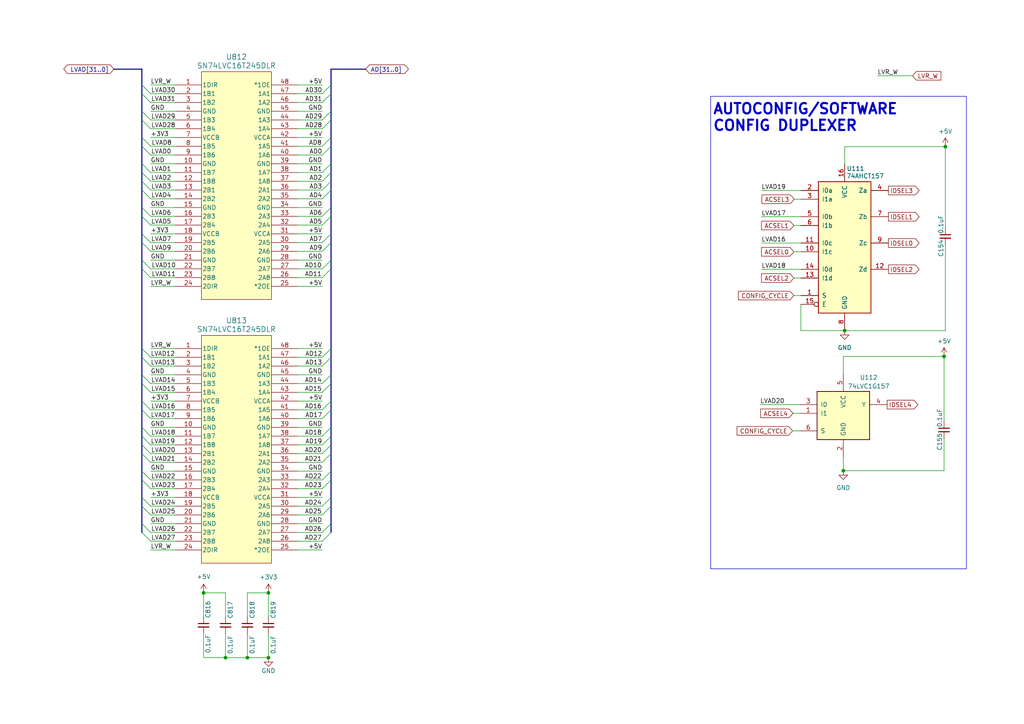
<source format=kicad_sch>
(kicad_sch (version 20230121) (generator eeschema)
  (paper "A4")
  (title_block (title "AMIGA PCI") (date "2024-02-03") (rev "2.0"))
  (lib_symbols
    (symbol "74xx:74LS157" (pin_names (offset 1.016))
      (property "Reference" "U" (at -7.62 19.05 0))
      (property "Value" "74LS157" (at -7.62 -21.59 0))
      (symbol "74LS157_1_0"
        (pin input line (at -12.7 -15.24 0) (length 5.08) (name "S") (number "1"))
        (pin input line (at -12.7 -2.54 0) (length 5.08) (name "I1c") (number "10"))
        (pin input line (at -12.7 0 0) (length 5.08) (name "I0c") (number "11"))
        (pin output line (at 12.7 -7.62 180) (length 5.08) (name "Zd") (number "12"))
        (pin input line (at -12.7 -10.16 0) (length 5.08) (name "I1d") (number "13"))
        (pin input line (at -12.7 -7.62 0) (length 5.08) (name "I0d") (number "14"))
        (pin input inverted (at -12.7 -17.78 0) (length 5.08) (name "E") (number "15"))
        (pin power_in line (at 0 22.86 270) (length 5.08) (name "VCC") (number "16"))
        (pin input line (at -12.7 15.24 0) (length 5.08) (name "I0a") (number "2"))
        (pin input line (at -12.7 12.7 0) (length 5.08) (name "I1a") (number "3"))
        (pin output line (at 12.7 15.24 180) (length 5.08) (name "Za") (number "4"))
        (pin input line (at -12.7 7.62 0) (length 5.08) (name "I0b") (number "5"))
        (pin input line (at -12.7 5.08 0) (length 5.08) (name "I1b") (number "6"))
        (pin output line (at 12.7 7.62 180) (length 5.08) (name "Zb") (number "7"))
        (pin power_in line (at 0 -25.4 90) (length 5.08) (name "GND") (number "8"))
        (pin output line (at 12.7 0 180) (length 5.08) (name "Zc") (number "9"))
      )
      (symbol "74LS157_1_1"
        (rectangle (start -7.62 17.78) (end 7.62 -20.32) (stroke (width 0.254)) (fill (type background)))
      )
    )
    (symbol "AmigaPCI-Symbols:74LVC1G157" (pin_names (offset 1.016))
      (property "Reference" "U" (at -7.62 8.89 0))
      (property "Value" "74LVC1G157" (at 7.62 8.89 0))
      (symbol "74LVC1G157_1_0"
        (pin input line (at -12.7 1.27 0) (length 5.08) (name "I1") (number "1"))
        (pin power_in line (at 0 -11.43 90) (length 5.08) (name "GND") (number "2"))
        (pin input line (at -12.7 3.81 0) (length 5.08) (name "I0") (number "3"))
        (pin output line (at 12.7 3.81 180) (length 5.08) (name "Y") (number "4"))
        (pin power_in line (at 0 12.7 270) (length 5.08) (name "VCC") (number "5"))
        (pin input line (at -12.7 -3.81 0) (length 5.08) (name "S") (number "6"))
      )
      (symbol "74LVC1G157_1_1"
        (rectangle (start -7.62 7.62) (end 7.62 -6.35) (stroke (width 0.254)) (fill (type background)))
      )
    )
    (symbol "AmigaPCI-Symbols:SN74LVC16T245DLR" (pin_names (offset 0.254))
      (property "Reference" "U" (at 30.48 10.16 0))
      (property "Value" "SN74LVC16T245DLR" (at 30.48 7.62 0))
      (symbol "SN74LVC16T245DLR_0_1"
        (pin input line (at 12.7 0 0) (length 7.62) (name "1DIR") (number "1"))
        (pin power_in line (at 12.7 -22.86 0) (length 7.62) (name "GND") (number "10"))
        (pin bidirectional line (at 12.7 -25.4 0) (length 7.62) (name "1B7") (number "11"))
        (pin bidirectional line (at 12.7 -27.94 0) (length 7.62) (name "1B8") (number "12"))
        (pin bidirectional line (at 12.7 -30.48 0) (length 7.62) (name "2B1") (number "13"))
        (pin bidirectional line (at 12.7 -33.02 0) (length 7.62) (name "2B2") (number "14"))
        (pin power_in line (at 12.7 -35.56 0) (length 7.62) (name "GND") (number "15"))
        (pin bidirectional line (at 12.7 -38.1 0) (length 7.62) (name "2B3") (number "16"))
        (pin bidirectional line (at 12.7 -40.64 0) (length 7.62) (name "2B4") (number "17"))
        (pin power_in line (at 12.7 -43.18 0) (length 7.62) (name "VCCB") (number "18"))
        (pin bidirectional line (at 12.7 -45.72 0) (length 7.62) (name "2B5") (number "19"))
        (pin bidirectional line (at 12.7 -2.54 0) (length 7.62) (name "1B1") (number "2"))
        (pin bidirectional line (at 12.7 -48.26 0) (length 7.62) (name "2B6") (number "20"))
        (pin power_in line (at 12.7 -50.8 0) (length 7.62) (name "GND") (number "21"))
        (pin bidirectional line (at 12.7 -53.34 0) (length 7.62) (name "2B7") (number "22"))
        (pin bidirectional line (at 12.7 -55.88 0) (length 7.62) (name "2B8") (number "23"))
        (pin input line (at 12.7 -58.42 0) (length 7.62) (name "2DIR") (number "24"))
        (pin input line (at 48.26 -58.42 180) (length 7.62) (name "*2OE") (number "25"))
        (pin bidirectional line (at 48.26 -55.88 180) (length 7.62) (name "2A8") (number "26"))
        (pin bidirectional line (at 48.26 -53.34 180) (length 7.62) (name "2A7") (number "27"))
        (pin power_in line (at 48.26 -50.8 180) (length 7.62) (name "GND") (number "28"))
        (pin bidirectional line (at 48.26 -48.26 180) (length 7.62) (name "2A6") (number "29"))
        (pin bidirectional line (at 12.7 -5.08 0) (length 7.62) (name "1B2") (number "3"))
        (pin bidirectional line (at 48.26 -45.72 180) (length 7.62) (name "2A5") (number "30"))
        (pin power_in line (at 48.26 -43.18 180) (length 7.62) (name "VCCA") (number "31"))
        (pin bidirectional line (at 48.26 -40.64 180) (length 7.62) (name "2A4") (number "32"))
        (pin bidirectional line (at 48.26 -38.1 180) (length 7.62) (name "2A3") (number "33"))
        (pin power_in line (at 48.26 -35.56 180) (length 7.62) (name "GND") (number "34"))
        (pin bidirectional line (at 48.26 -33.02 180) (length 7.62) (name "2A2") (number "35"))
        (pin bidirectional line (at 48.26 -30.48 180) (length 7.62) (name "2A1") (number "36"))
        (pin bidirectional line (at 48.26 -27.94 180) (length 7.62) (name "1A8") (number "37"))
        (pin bidirectional line (at 48.26 -25.4 180) (length 7.62) (name "1A7") (number "38"))
        (pin power_in line (at 48.26 -22.86 180) (length 7.62) (name "GND") (number "39"))
        (pin power_in line (at 12.7 -7.62 0) (length 7.62) (name "GND") (number "4"))
        (pin bidirectional line (at 48.26 -20.32 180) (length 7.62) (name "1A6") (number "40"))
        (pin bidirectional line (at 48.26 -17.78 180) (length 7.62) (name "1A5") (number "41"))
        (pin power_in line (at 48.26 -15.24 180) (length 7.62) (name "VCCA") (number "42"))
        (pin bidirectional line (at 48.26 -12.7 180) (length 7.62) (name "1A4") (number "43"))
        (pin bidirectional line (at 48.26 -10.16 180) (length 7.62) (name "1A3") (number "44"))
        (pin power_in line (at 48.26 -7.62 180) (length 7.62) (name "GND") (number "45"))
        (pin bidirectional line (at 48.26 -5.08 180) (length 7.62) (name "1A2") (number "46"))
        (pin bidirectional line (at 48.26 -2.54 180) (length 7.62) (name "1A1") (number "47"))
        (pin input line (at 48.26 0 180) (length 7.62) (name "*1OE") (number "48"))
        (pin bidirectional line (at 12.7 -10.16 0) (length 7.62) (name "1B3") (number "5"))
        (pin bidirectional line (at 12.7 -12.7 0) (length 7.62) (name "1B4") (number "6"))
        (pin power_in line (at 12.7 -15.24 0) (length 7.62) (name "VCCB") (number "7"))
        (pin bidirectional line (at 12.7 -17.78 0) (length 7.62) (name "1B5") (number "8"))
        (pin bidirectional line (at 12.7 -20.32 0) (length 7.62) (name "1B6") (number "9"))
      )
      (symbol "SN74LVC16T245DLR_1_1"
        (rectangle (start 20.32 3.81) (end 40.64 -62.23) (fill (type background)))
      )
    )
    (symbol "Device:C_Small" (pin_numbers hide) (pin_names (offset 0.254) hide)
      (property "Reference" "C" (at 0.254 1.778 0))
      (property "Value" "C_Small" (at 0.254 -2.032 0))
      (symbol "C_Small_0_1"
        (polyline (pts (xy -1.524 -0.508) (xy 1.524 -0.508)) (stroke (width 0.3302)))
        (polyline (pts (xy -1.524 0.508) (xy 1.524 0.508)) (stroke (width 0.3048)))
      )
      (symbol "C_Small_1_1"
        (pin passive line (at 0 2.54 270) (length 2.032) (name "~") (number "1"))
        (pin passive line (at 0 -2.54 90) (length 2.032) (name "~") (number "2"))
      )
    )
    (symbol "power:+3V3" (power) (pin_names (offset 0))
      (property "Value" "+3V3" (at 0 3.556 0))
      (symbol "+3V3_0_1"
        (polyline (pts (xy -0.762 1.27) (xy 0 2.54)))
        (polyline (pts (xy 0 0) (xy 0 2.54)))
        (polyline (pts (xy 0 2.54) (xy 0.762 1.27)))
      )
      (symbol "+3V3_1_1"
        (pin power_in line (at 0 0 90) (length 0) hide (name "+3V3") (number "1"))
      )
    )
    (symbol "power:+5V" (power) (pin_names (offset 0))
      (property "Value" "+5V" (at 0 3.556 0))
      (symbol "+5V_0_1"
        (polyline (pts (xy -0.762 1.27) (xy 0 2.54)))
        (polyline (pts (xy 0 0) (xy 0 2.54)))
        (polyline (pts (xy 0 2.54) (xy 0.762 1.27)))
      )
      (symbol "+5V_1_1"
        (pin power_in line (at 0 0 90) (length 0) hide (name "+5V") (number "1"))
      )
    )
    (symbol "power:GND" (power) (pin_names (offset 0))
      (property "Value" "GND" (at 0 -3.81 0))
      (symbol "GND_0_1"
        (polyline (pts (xy 0 0) (xy 0 -1.27) (xy 1.27 -1.27) (xy 0 -2.54) (xy -1.27 -1.27) (xy 0 -1.27)))
      )
      (symbol "GND_1_1"
        (pin power_in line (at 0 0 270) (length 0) hide (name "GND") (number "1"))
      )
    )
  )
  (junction (at 77.851 171.958))
  (junction (at 244.602 136.525))
  (junction (at 274.193 42.545))
  (junction (at 65.405 190.754))
  (junction (at 71.755 190.754))
  (junction (at 273.812 103.378))
  (junction (at 77.851 190.754))
  (junction (at 244.983 95.885))
  (junction (at 59.055 171.958))
  (bus_entry (at 43.688 42.418) (size -2.54 -2.54))
  (bus_entry (at 93.472 72.898) (size 2.54 -2.54))
  (bus_entry (at 93.472 146.812) (size 2.54 -2.54))
  (bus_entry (at 43.688 62.738) (size -2.54 -2.54))
  (bus_entry (at 43.688 118.872) (size -2.54 -2.54))
  (bus_entry (at 93.472 70.358) (size 2.54 -2.54))
  (bus_entry (at 93.472 129.032) (size 2.54 -2.54))
  (bus_entry (at 43.688 149.352) (size -2.54 -2.54))
  (bus_entry (at 93.472 55.118) (size 2.54 -2.54))
  (bus_entry (at 43.688 44.958) (size -2.54 -2.54))
  (bus_entry (at 93.472 118.872) (size 2.54 -2.54))
  (bus_entry (at 43.688 55.118) (size -2.54 -2.54))
  (bus_entry (at 93.472 27.178) (size 2.54 -2.54))
  (bus_entry (at 93.472 29.718) (size 2.54 -2.54))
  (bus_entry (at 43.688 52.578) (size -2.54 -2.54))
  (bus_entry (at 93.472 111.252) (size 2.54 -2.54))
  (bus_entry (at 93.472 80.518) (size 2.54 -2.54))
  (bus_entry (at 43.688 121.412) (size -2.54 -2.54))
  (bus_entry (at 43.688 113.792) (size -2.54 -2.54))
  (bus_entry (at 93.472 126.492) (size 2.54 -2.54))
  (bus_entry (at 43.688 126.492) (size -2.54 -2.54))
  (bus_entry (at 43.688 141.732) (size -2.54 -2.54))
  (bus_entry (at 43.688 50.038) (size -2.54 -2.54))
  (bus_entry (at 93.472 65.278) (size 2.54 -2.54))
  (bus_entry (at 93.472 131.572) (size 2.54 -2.54))
  (bus_entry (at 93.472 62.738) (size 2.54 -2.54))
  (bus_entry (at 43.688 111.252) (size -2.54 -2.54))
  (bus_entry (at 43.688 156.972) (size -2.54 -2.54))
  (bus_entry (at 93.472 154.432) (size 2.54 -2.54))
  (bus_entry (at 43.688 77.978) (size -2.54 -2.54))
  (bus_entry (at 43.688 65.278) (size -2.54 -2.54))
  (bus_entry (at 93.472 106.172) (size 2.54 -2.54))
  (bus_entry (at 43.688 29.718) (size -2.54 -2.54))
  (bus_entry (at 93.472 50.038) (size 2.54 -2.54))
  (bus_entry (at 43.688 103.632) (size -2.54 -2.54))
  (bus_entry (at 93.472 52.578) (size 2.54 -2.54))
  (bus_entry (at 93.472 44.958) (size 2.54 -2.54))
  (bus_entry (at 43.688 37.338) (size -2.54 -2.54))
  (bus_entry (at 93.472 134.112) (size 2.54 -2.54))
  (bus_entry (at 93.472 149.352) (size 2.54 -2.54))
  (bus_entry (at 43.688 134.112) (size -2.54 -2.54))
  (bus_entry (at 43.688 154.432) (size -2.54 -2.54))
  (bus_entry (at 93.472 57.658) (size 2.54 -2.54))
  (bus_entry (at 43.688 80.518) (size -2.54 -2.54))
  (bus_entry (at 93.472 121.412) (size 2.54 -2.54))
  (bus_entry (at 93.472 77.978) (size 2.54 -2.54))
  (bus_entry (at 43.688 27.178) (size -2.54 -2.54))
  (bus_entry (at 93.472 141.732) (size 2.54 -2.54))
  (bus_entry (at 93.472 113.792) (size 2.54 -2.54))
  (bus_entry (at 43.688 106.172) (size -2.54 -2.54))
  (bus_entry (at 93.472 34.798) (size 2.54 -2.54))
  (bus_entry (at 43.688 34.798) (size -2.54 -2.54))
  (bus_entry (at 43.688 129.032) (size -2.54 -2.54))
  (bus_entry (at 43.688 70.358) (size -2.54 -2.54))
  (bus_entry (at 43.688 131.572) (size -2.54 -2.54))
  (bus_entry (at 43.688 57.658) (size -2.54 -2.54))
  (bus_entry (at 93.472 37.338) (size 2.54 -2.54))
  (bus_entry (at 43.688 146.812) (size -2.54 -2.54))
  (bus_entry (at 43.688 72.898) (size -2.54 -2.54))
  (bus_entry (at 93.472 42.418) (size 2.54 -2.54))
  (bus_entry (at 93.472 103.632) (size 2.54 -2.54))
  (bus_entry (at 93.472 156.972) (size 2.54 -2.54))
  (bus_entry (at 43.688 139.192) (size -2.54 -2.54))
  (bus_entry (at 93.472 139.192) (size 2.54 -2.54))
  (bus (pts (xy 96.012 27.178) (xy 96.012 24.638)))
  (bus (pts (xy 41.148 62.738) (xy 41.148 60.198)))
  (wire (pts (xy 50.8 111.252) (xy 43.688 111.252)))
  (wire (pts (xy 86.36 24.638) (xy 93.472 24.638)))
  (bus (pts (xy 41.148 67.818) (xy 41.148 62.738)))
  (bus (pts (xy 41.148 116.332) (xy 41.148 111.252)))
  (wire (pts (xy 50.8 101.092) (xy 43.688 101.092)))
  (wire (pts (xy 230.251 80.645) (xy 232.283 80.645)))
  (wire (pts (xy 93.472 52.578) (xy 86.36 52.578)))
  (wire (pts (xy 232.283 95.885) (xy 244.983 95.885)))
  (bus (pts (xy 41.148 118.872) (xy 41.148 116.332)))
  (wire (pts (xy 50.8 108.712) (xy 43.688 108.712)))
  (bus (pts (xy 41.148 146.812) (xy 41.148 144.272)))
  (bus (pts (xy 41.148 144.272) (xy 41.148 139.192)))
  (wire (pts (xy 93.472 77.978) (xy 86.36 77.978)))
  (bus (pts (xy 41.148 34.798) (xy 41.148 32.258)))
  (bus (pts (xy 41.148 27.178) (xy 41.148 24.638)))
  (wire (pts (xy 50.8 149.352) (xy 43.688 149.352)))
  (wire (pts (xy 232.283 88.265) (xy 232.283 95.885)))
  (bus (pts (xy 96.012 32.258) (xy 96.012 27.178)))
  (wire (pts (xy 65.405 171.958) (xy 65.405 178.816)))
  (wire (pts (xy 86.36 123.952) (xy 93.472 123.952)))
  (wire (pts (xy 77.851 178.816) (xy 77.851 171.958)))
  (wire (pts (xy 93.472 126.492) (xy 86.36 126.492)))
  (bus (pts (xy 41.148 108.712) (xy 41.148 103.632)))
  (wire (pts (xy 50.8 139.192) (xy 43.688 139.192)))
  (wire (pts (xy 50.8 55.118) (xy 43.688 55.118)))
  (wire (pts (xy 86.36 144.272) (xy 93.472 144.272)))
  (wire (pts (xy 220.853 62.865) (xy 232.283 62.865)))
  (wire (pts (xy 50.8 83.058) (xy 43.688 83.058)))
  (wire (pts (xy 93.472 70.358) (xy 86.36 70.358)))
  (wire (pts (xy 86.36 67.818) (xy 93.472 67.818)))
  (bus (pts (xy 41.148 131.572) (xy 41.148 129.032)))
  (wire (pts (xy 93.472 50.038) (xy 86.36 50.038)))
  (wire (pts (xy 50.8 24.638) (xy 43.688 24.638)))
  (bus (pts (xy 41.148 139.192) (xy 41.148 136.652)))
  (bus (pts (xy 96.012 75.438) (xy 96.012 70.358)))
  (bus (pts (xy 96.012 126.492) (xy 96.012 123.952)))
  (bus (pts (xy 96.012 144.272) (xy 96.012 139.192)))
  (wire (pts (xy 50.8 39.878) (xy 43.688 39.878)))
  (wire (pts (xy 93.472 27.178) (xy 86.36 27.178)))
  (wire (pts (xy 230.251 85.725) (xy 232.283 85.725)))
  (bus (pts (xy 96.012 50.038) (xy 96.012 47.498)))
  (wire (pts (xy 220.853 55.245) (xy 232.283 55.245)))
  (wire (pts (xy 50.8 126.492) (xy 43.688 126.492)))
  (wire (pts (xy 50.8 75.438) (xy 43.688 75.438)))
  (bus (pts (xy 41.148 42.418) (xy 41.148 39.878)))
  (bus (pts (xy 96.012 47.498) (xy 96.012 42.418)))
  (bus (pts (xy 96.012 101.092) (xy 96.012 77.978)))
  (bus (pts (xy 41.148 52.578) (xy 41.148 50.038)))
  (wire (pts (xy 50.8 156.972) (xy 43.688 156.972)))
  (bus (pts (xy 96.012 24.638) (xy 96.012 20.066)))
  (wire (pts (xy 50.8 151.892) (xy 43.688 151.892)))
  (bus (pts (xy 96.012 123.952) (xy 96.012 118.872)))
  (bus (pts (xy 41.148 77.978) (xy 41.148 75.438)))
  (wire (pts (xy 86.36 47.498) (xy 93.472 47.498)))
  (wire (pts (xy 50.8 37.338) (xy 43.688 37.338)))
  (wire (pts (xy 50.8 106.172) (xy 43.688 106.172)))
  (bus (pts (xy 41.148 103.632) (xy 41.148 101.092)))
  (wire (pts (xy 93.472 141.732) (xy 86.36 141.732)))
  (wire (pts (xy 93.472 65.278) (xy 86.36 65.278)))
  (wire (pts (xy 93.472 29.718) (xy 86.36 29.718)))
  (wire (pts (xy 230.251 65.405) (xy 232.283 65.405)))
  (wire (pts (xy 50.8 44.958) (xy 43.688 44.958)))
  (wire (pts (xy 244.602 108.458) (xy 244.602 103.378)))
  (wire (pts (xy 86.36 136.652) (xy 93.472 136.652)))
  (wire (pts (xy 50.8 60.198) (xy 43.688 60.198)))
  (wire (pts (xy 86.36 83.058) (xy 93.472 83.058)))
  (wire (pts (xy 274.193 42.545) (xy 274.193 66.04)))
  (wire (pts (xy 65.405 190.754) (xy 71.755 190.754)))
  (wire (pts (xy 220.472 117.348) (xy 231.902 117.348)))
  (wire (pts (xy 50.8 103.632) (xy 43.688 103.632)))
  (bus (pts (xy 41.148 123.952) (xy 41.148 118.872)))
  (wire (pts (xy 273.812 103.378) (xy 273.812 122.174)))
  (wire (pts (xy 93.472 62.738) (xy 86.36 62.738)))
  (wire (pts (xy 93.472 34.798) (xy 86.36 34.798)))
  (bus (pts (xy 96.012 70.358) (xy 96.012 67.818)))
  (wire (pts (xy 93.472 139.192) (xy 86.36 139.192)))
  (bus (pts (xy 41.148 70.358) (xy 41.148 67.818)))
  (wire (pts (xy 93.472 134.112) (xy 86.36 134.112)))
  (wire (pts (xy 264.668 21.971) (xy 254.508 21.971)))
  (wire (pts (xy 50.8 27.178) (xy 43.688 27.178)))
  (bus (pts (xy 96.012 131.572) (xy 96.012 129.032)))
  (wire (pts (xy 50.8 123.952) (xy 43.688 123.952)))
  (bus (pts (xy 41.148 39.878) (xy 41.148 34.798)))
  (wire (pts (xy 93.472 103.632) (xy 86.36 103.632)))
  (bus (pts (xy 96.012 116.332) (xy 96.012 111.252)))
  (bus (pts (xy 41.148 154.432) (xy 41.148 151.892)))
  (bus (pts (xy 96.012 39.878) (xy 96.012 34.798)))
  (wire (pts (xy 50.8 141.732) (xy 43.688 141.732)))
  (wire (pts (xy 50.8 65.278) (xy 43.688 65.278)))
  (bus (pts (xy 96.012 34.798) (xy 96.012 32.258)))
  (wire (pts (xy 244.602 103.378) (xy 273.812 103.378)))
  (bus (pts (xy 96.012 154.432) (xy 96.012 151.892)))
  (wire (pts (xy 71.755 171.958) (xy 77.851 171.958)))
  (wire (pts (xy 93.472 121.412) (xy 86.36 121.412)))
  (bus (pts (xy 41.148 47.498) (xy 41.148 42.418)))
  (wire (pts (xy 50.8 32.258) (xy 43.688 32.258)))
  (wire (pts (xy 59.055 171.958) (xy 65.405 171.958)))
  (wire (pts (xy 50.8 134.112) (xy 43.688 134.112)))
  (bus (pts (xy 96.012 151.892) (xy 96.012 146.812)))
  (bus (pts (xy 41.148 129.032) (xy 41.148 126.492)))
  (wire (pts (xy 71.755 171.958) (xy 71.755 178.816)))
  (wire (pts (xy 274.193 71.12) (xy 274.193 95.885)))
  (wire (pts (xy 71.755 183.896) (xy 71.755 190.754)))
  (bus (pts (xy 96.012 20.066) (xy 106.045 20.066)))
  (wire (pts (xy 50.8 129.032) (xy 43.688 129.032)))
  (wire (pts (xy 93.472 149.352) (xy 86.36 149.352)))
  (wire (pts (xy 50.8 136.652) (xy 43.688 136.652)))
  (bus (pts (xy 96.012 67.818) (xy 96.012 62.738)))
  (wire (pts (xy 77.851 190.754) (xy 77.851 183.896)))
  (wire (pts (xy 244.602 132.588) (xy 244.602 136.525)))
  (wire (pts (xy 50.8 42.418) (xy 43.688 42.418)))
  (bus (pts (xy 96.012 118.872) (xy 96.012 116.332)))
  (bus (pts (xy 41.148 101.092) (xy 41.148 77.978)))
  (wire (pts (xy 93.472 72.898) (xy 86.36 72.898)))
  (wire (pts (xy 93.472 42.418) (xy 86.36 42.418)))
  (wire (pts (xy 229.997 119.888) (xy 231.902 119.888)))
  (bus (pts (xy 96.012 146.812) (xy 96.012 144.272)))
  (wire (pts (xy 50.8 57.658) (xy 43.688 57.658)))
  (wire (pts (xy 65.405 183.896) (xy 65.405 190.754)))
  (wire (pts (xy 93.472 44.958) (xy 86.36 44.958)))
  (wire (pts (xy 86.36 101.092) (xy 93.472 101.092)))
  (bus (pts (xy 96.012 62.738) (xy 96.012 60.198)))
  (wire (pts (xy 86.36 75.438) (xy 93.472 75.438)))
  (wire (pts (xy 93.472 156.972) (xy 86.36 156.972)))
  (wire (pts (xy 50.8 77.978) (xy 43.688 77.978)))
  (bus (pts (xy 41.148 32.258) (xy 41.148 27.178)))
  (wire (pts (xy 50.8 159.512) (xy 43.688 159.512)))
  (wire (pts (xy 93.472 146.812) (xy 86.36 146.812)))
  (bus (pts (xy 41.148 50.038) (xy 41.148 47.498)))
  (wire (pts (xy 93.472 111.252) (xy 86.36 111.252)))
  (wire (pts (xy 86.36 32.258) (xy 93.472 32.258)))
  (bus (pts (xy 41.148 24.638) (xy 41.148 20.066)))
  (wire (pts (xy 86.36 116.332) (xy 93.472 116.332)))
  (bus (pts (xy 41.148 60.198) (xy 41.148 55.118)))
  (wire (pts (xy 50.8 29.718) (xy 43.688 29.718)))
  (bus (pts (xy 96.012 129.032) (xy 96.012 126.492)))
  (wire (pts (xy 230.378 57.785) (xy 232.283 57.785)))
  (wire (pts (xy 50.8 131.572) (xy 43.688 131.572)))
  (wire (pts (xy 86.36 151.892) (xy 93.472 151.892)))
  (wire (pts (xy 86.36 39.878) (xy 93.472 39.878)))
  (bus (pts (xy 41.148 75.438) (xy 41.148 70.358)))
  (wire (pts (xy 93.472 57.658) (xy 86.36 57.658)))
  (wire (pts (xy 50.8 67.818) (xy 43.688 67.818)))
  (wire (pts (xy 230.251 73.025) (xy 232.283 73.025)))
  (wire (pts (xy 50.8 154.432) (xy 43.688 154.432)))
  (bus (pts (xy 96.012 103.632) (xy 96.012 101.092)))
  (bus (pts (xy 96.012 42.418) (xy 96.012 39.878)))
  (bus (pts (xy 96.012 139.192) (xy 96.012 136.652)))
  (wire (pts (xy 50.8 116.332) (xy 43.688 116.332)))
  (wire (pts (xy 273.812 127.254) (xy 273.812 136.525)))
  (bus (pts (xy 41.148 136.652) (xy 41.148 131.572)))
  (wire (pts (xy 50.8 121.412) (xy 43.688 121.412)))
  (bus (pts (xy 96.012 55.118) (xy 96.012 52.578)))
  (bus (pts (xy 96.012 136.652) (xy 96.012 131.572)))
  (bus (pts (xy 96.012 108.712) (xy 96.012 103.632)))
  (bus (pts (xy 96.012 52.578) (xy 96.012 50.038)))
  (wire (pts (xy 71.755 190.754) (xy 77.851 190.754)))
  (wire (pts (xy 50.8 144.272) (xy 43.688 144.272)))
  (wire (pts (xy 50.8 34.798) (xy 43.688 34.798)))
  (bus (pts (xy 96.012 77.978) (xy 96.012 75.438)))
  (wire (pts (xy 59.055 190.754) (xy 65.405 190.754)))
  (wire (pts (xy 274.193 95.885) (xy 244.983 95.885)))
  (wire (pts (xy 93.472 37.338) (xy 86.36 37.338)))
  (wire (pts (xy 86.36 60.198) (xy 93.472 60.198)))
  (bus (pts (xy 96.012 60.198) (xy 96.012 55.118)))
  (wire (pts (xy 93.472 55.118) (xy 86.36 55.118)))
  (bus (pts (xy 41.148 111.252) (xy 41.148 108.712)))
  (wire (pts (xy 93.472 129.032) (xy 86.36 129.032)))
  (wire (pts (xy 93.472 154.432) (xy 86.36 154.432)))
  (wire (pts (xy 50.8 62.738) (xy 43.688 62.738)))
  (wire (pts (xy 229.87 124.968) (xy 231.902 124.968)))
  (wire (pts (xy 50.8 113.792) (xy 43.688 113.792)))
  (wire (pts (xy 50.8 70.358) (xy 43.688 70.358)))
  (wire (pts (xy 50.8 47.498) (xy 43.688 47.498)))
  (bus (pts (xy 41.148 126.492) (xy 41.148 123.952)))
  (bus (pts (xy 41.148 151.892) (xy 41.148 146.812)))
  (wire (pts (xy 220.853 70.485) (xy 232.283 70.485)))
  (wire (pts (xy 93.472 113.792) (xy 86.36 113.792)))
  (bus (pts (xy 33.02 20.066) (xy 41.148 20.066)))
  (bus (pts (xy 41.148 55.118) (xy 41.148 52.578)))
  (wire (pts (xy 50.8 50.038) (xy 43.688 50.038)))
  (wire (pts (xy 244.602 136.525) (xy 273.812 136.525)))
  (wire (pts (xy 93.472 106.172) (xy 86.36 106.172)))
  (bus (pts (xy 96.012 111.252) (xy 96.012 108.712)))
  (wire (pts (xy 86.36 159.512) (xy 93.472 159.512)))
  (wire (pts (xy 244.983 42.545) (xy 274.193 42.545)))
  (wire (pts (xy 50.8 72.898) (xy 43.688 72.898)))
  (wire (pts (xy 50.8 118.872) (xy 43.688 118.872)))
  (wire (pts (xy 59.055 178.816) (xy 59.055 171.958)))
  (wire (pts (xy 50.8 52.578) (xy 43.688 52.578)))
  (wire (pts (xy 93.472 131.572) (xy 86.36 131.572)))
  (wire (pts (xy 86.36 108.712) (xy 93.472 108.712)))
  (wire (pts (xy 93.472 118.872) (xy 86.36 118.872)))
  (wire (pts (xy 59.055 190.754) (xy 59.055 183.896)))
  (wire (pts (xy 93.472 80.518) (xy 86.36 80.518)))
  (wire (pts (xy 50.8 146.812) (xy 43.688 146.812)))
  (wire (pts (xy 50.8 80.518) (xy 43.688 80.518)))
  (wire (pts (xy 220.853 78.105) (xy 232.283 78.105)))
  (wire (pts (xy 244.983 47.625) (xy 244.983 42.545)))
  (rectangle (start 206.121 27.94) (end 280.289 164.973))
  (text "AUTOCONFIG/SOFTWARE \nCONFIG DUPLEXER" (at 206.629 38.354 0) (effects (font (size 3 3) (thickness 0.6) bold) (justify left bottom)))
  (label "LVAD11" (at 43.942 80.518 0))
  (label "+3V3" (at 43.688 116.332 0))
  (label "+5V" (at 93.472 39.878 180))
  (label "LVAD29" (at 43.815 34.798 0))
  (label "+5V" (at 93.472 83.058 180))
  (label "AD7" (at 93.472 70.358 180))
  (label "LVAD9" (at 43.815 72.898 0))
  (label "LVAD15" (at 43.815 113.792 0))
  (label "GND" (at 43.688 60.198 0))
  (label "LVAD31" (at 43.815 29.718 0))
  (label "AD1" (at 93.472 50.038 180))
  (label "AD27" (at 93.345 156.972 180))
  (label "GND" (at 43.688 108.712 0))
  (label "LVAD26" (at 43.815 154.432 0))
  (label "AD12" (at 93.472 103.632 180))
  (label "LVAD27" (at 43.815 156.972 0))
  (label "AD25" (at 93.345 149.352 180))
  (label "GND" (at 43.688 75.438 0))
  (label "AD29" (at 93.472 34.798 180))
  (label "LVAD30" (at 43.815 27.178 0))
  (label "AD2" (at 93.472 52.578 180))
  (label "AD28" (at 93.472 37.338 180))
  (label "LVAD20" (at 43.815 131.572 0))
  (label "AD17" (at 93.472 121.412 180))
  (label "LVAD17" (at 43.688 121.412 0))
  (label "+5V" (at 93.472 24.638 180))
  (label "LVAD21" (at 43.815 134.112 0))
  (label "GND" (at 43.688 123.952 0))
  (label "LVR_W" (at 43.688 159.512 0))
  (label "GND" (at 93.472 136.652 180))
  (label "LVAD16" (at 220.853 70.485 0))
  (label "AD9" (at 93.472 72.898 180))
  (label "LVAD7" (at 43.815 70.358 0))
  (label "GND" (at 43.688 32.258 0))
  (label "LVAD23" (at 43.815 141.732 0))
  (label "AD24" (at 93.345 146.812 180))
  (label "GND" (at 43.688 136.652 0))
  (label "AD22" (at 93.345 139.192 180))
  (label "LVAD19" (at 43.688 129.032 0))
  (label "AD18" (at 93.345 126.492 180))
  (label "LVAD1" (at 43.815 50.038 0))
  (label "LVAD20" (at 220.472 117.348 0))
  (label "AD3" (at 93.472 55.118 180))
  (label "LVAD19" (at 220.853 55.245 0))
  (label "AD8" (at 93.345 42.418 180))
  (label "AD21" (at 93.345 134.112 180))
  (label "LVAD24" (at 43.815 146.812 0))
  (label "LVAD6" (at 43.815 62.738 0))
  (label "LVR_W" (at 43.688 24.638 0))
  (label "LVAD2" (at 43.815 52.578 0))
  (label "AD31" (at 93.472 29.718 180))
  (label "+5V" (at 93.472 159.512 180))
  (label "LVAD16" (at 43.815 118.872 0))
  (label "GND" (at 93.472 123.952 180))
  (label "GND" (at 93.472 32.258 180))
  (label "LVAD5" (at 43.815 65.278 0))
  (label "GND" (at 43.688 47.498 0))
  (label "AD13" (at 93.472 106.172 180))
  (label "AD4" (at 93.472 57.658 180))
  (label "+5V" (at 93.472 101.092 180))
  (label "LVAD8" (at 43.942 42.418 0))
  (label "GND" (at 93.472 151.892 180))
  (label "LVAD0" (at 43.815 44.958 0))
  (label "AD11" (at 93.345 80.518 180))
  (label "+3V3" (at 43.688 39.878 0))
  (label "LVAD18" (at 220.853 78.105 0))
  (label "+3V3" (at 43.688 144.272 0))
  (label "AD16" (at 93.345 118.872 180))
  (label "AD0" (at 93.472 44.958 180))
  (label "LVAD12" (at 43.688 103.632 0))
  (label "AD23" (at 93.345 141.732 180))
  (label "+5V" (at 93.472 116.332 180))
  (label "AD10" (at 93.345 77.978 180))
  (label "LVAD14" (at 43.815 111.252 0))
  (label "GND" (at 93.472 47.498 180))
  (label "LVAD28" (at 43.815 37.338 0))
  (label "LVR_W" (at 43.688 83.058 0))
  (label "GND" (at 93.472 60.198 180))
  (label "AD19" (at 93.472 129.032 180))
  (label "+5V" (at 93.472 144.272 180))
  (label "LVAD13" (at 43.688 106.172 0))
  (label "LVAD18" (at 43.815 126.492 0))
  (label "AD14" (at 93.345 111.252 180))
  (label "LVR_W" (at 43.688 101.092 0))
  (label "AD5" (at 93.472 65.278 180))
  (label "+5V" (at 93.472 67.818 180))
  (label "AD30" (at 93.472 27.178 180))
  (label "LVAD17" (at 220.853 62.865 0))
  (label "AD6" (at 93.472 62.738 180))
  (label "LVAD4" (at 43.815 57.658 0))
  (label "GND" (at 43.688 151.892 0))
  (label "AD20" (at 93.345 131.572 180))
  (label "AD15" (at 93.345 113.792 180))
  (label "LVAD10" (at 43.942 77.978 0))
  (label "LVAD3" (at 43.815 55.118 0))
  (label "GND" (at 93.472 75.438 180))
  (label "GND" (at 93.472 108.712 180))
  (label "AD26" (at 93.345 154.432 180))
  (label "LVR_W" (at 254.508 21.971 0))
  (label "+3V3" (at 43.688 67.818 0))
  (label "LVAD25" (at 43.815 149.352 0))
  (label "LVAD22" (at 43.815 139.192 0))
  (global_label "LVAD[31..0]" (shape bidirectional) (at 33.02 20.066 180) (property "Intersheetrefs" "${INTERSHEET_REFS}" (at 17.9167 20.066 0) (effects (justify right))))
  (global_label "IDSEL2" (shape output) (at 257.683 78.105 0) (property "Intersheetrefs" "${INTERSHEET_REFS}" (at 267.1391 78.105 0) (effects (justify left))))
  (global_label "CONFIG_CYCLE" (shape input) (at 230.251 85.725 180) (property "Intersheetrefs" "${INTERSHEET_REFS}" (at 213.5981 85.725 0) (effects (justify right))))
  (global_label "LVR_W" (shape input) (at 264.668 21.971 0) (property "Intersheetrefs" "${INTERSHEET_REFS}" (at 264.922 19.177 0) (effects (justify left))))
  (global_label "ACSEL3" (shape input) (at 230.378 57.785 180) (property "Intersheetrefs" "${INTERSHEET_REFS}" (at 220.4381 57.785 0) (effects (justify right))))
  (global_label "ACSEL4" (shape input) (at 229.997 119.888 180) (property "Intersheetrefs" "${INTERSHEET_REFS}" (at 220.0571 119.888 0) (effects (justify right))))
  (global_label "AD[31..0]" (shape bidirectional) (at 106.045 20.066 0) (property "Intersheetrefs" "${INTERSHEET_REFS}" (at 118.1426 22.479 0) (effects (justify left))))
  (global_label "CONFIG_CYCLE" (shape input) (at 229.87 124.968 180) (property "Intersheetrefs" "${INTERSHEET_REFS}" (at 213.2171 124.968 0) (effects (justify right))))
  (global_label "ACSEL2" (shape input) (at 230.251 80.645 180) (property "Intersheetrefs" "${INTERSHEET_REFS}" (at 220.3111 80.645 0) (effects (justify right))))
  (global_label "IDSEL1" (shape output) (at 257.683 62.865 0) (property "Intersheetrefs" "${INTERSHEET_REFS}" (at 267.1391 62.865 0) (effects (justify left))))
  (global_label "IDSEL0" (shape output) (at 257.683 70.485 0) (property "Intersheetrefs" "${INTERSHEET_REFS}" (at 267.1391 70.485 0) (effects (justify left))))
  (global_label "ACSEL1" (shape input) (at 230.251 65.405 180) (property "Intersheetrefs" "${INTERSHEET_REFS}" (at 220.3111 65.405 0) (effects (justify right))))
  (global_label "IDSEL3" (shape output) (at 257.683 55.245 0) (property "Intersheetrefs" "${INTERSHEET_REFS}" (at 267.1391 55.245 0) (effects (justify left))))
  (global_label "ACSEL0" (shape input) (at 230.251 73.025 180) (property "Intersheetrefs" "${INTERSHEET_REFS}" (at 220.3111 73.025 0) (effects (justify right))))
  (global_label "IDSEL4" (shape output) (at 257.302 117.348 0) (property "Intersheetrefs" "${INTERSHEET_REFS}" (at 266.7581 117.348 0) (effects (justify left))))
  (symbol (lib_id "AmigaPCI-Symbols:SN74LVC16T245DLR") (at 38.1 24.638 0) (unit 1)
    (property "Reference" "U812" (at 68.58 16.51 0) (effects (font (size 1.524 1.524))))
    (property "Value" "SN74LVC16T245DLR" (at 68.58 19.05 0) (effects (font (size 1.524 1.524))))
    (property "Footprint" "AmigaPCI:48-BSSOP" (effects hide))
    (property "Datasheet" "SN74LVC16T245DLR" (effects hide))
  )
  (symbol (lib_id "AmigaPCI-Symbols:74LVC1G157") (at 244.602 121.158 0) (unit 1)
    (property "Reference" "U112" (at 251.968 109.474 0))
    (property "Value" "74LVC1G157" (at 251.968 112.014 0))
    (property "Footprint" "Package_TO_SOT_SMD:SOT-363_SC-70-6" (effects hide))
    (property "Datasheet" "https://assets.nexperia.com/documents/data-sheet/74LVC1G157.pdf" (effects hide))
  )
  (symbol (lib_id "Device:C_Small") (at 59.055 181.356 0) (unit 1)
    (property "Reference" "C816" (at 60.325 179.324 90) (effects (justify left)))
    (property "Value" "0.1uF" (at 60.325 189.484 90) (effects (justify left)))
    (property "Footprint" "Capacitor_SMD:C_0603_1608Metric" (effects hide))
  )
  (symbol (lib_id "Device:C_Small") (at 65.405 181.356 0) (unit 1)
    (property "Reference" "C817" (at 66.802 179.451 90) (effects (justify left)))
    (property "Value" "0.1uF" (at 66.802 189.738 90) (effects (justify left)))
    (property "Footprint" "Capacitor_SMD:C_0603_1608Metric" (effects hide))
  )
  (symbol (lib_id "power:+5V") (at 273.812 103.378 0) (unit 1)
    (property "Reference" "#PWR0232" (effects hide))
    (property "Value" "+5V" (at 273.812 98.933 0))
  )
  (symbol (lib_id "Device:C_Small") (at 274.193 68.58 0) (mirror y) (unit 1)
    (property "Reference" "C154" (at 272.923 74.549 90) (effects (justify left)))
    (property "Value" "0.1uF" (at 272.923 67.818 90) (effects (justify left)))
    (property "Footprint" "Capacitor_SMD:C_0603_1608Metric" (effects hide))
  )
  (symbol (lib_id "Device:C_Small") (at 71.755 181.356 0) (unit 1)
    (property "Reference" "C818" (at 73.152 179.451 90) (effects (justify left)))
    (property "Value" "0.1uF" (at 73.152 189.738 90) (effects (justify left)))
    (property "Footprint" "Capacitor_SMD:C_0603_1608Metric" (effects hide))
  )
  (symbol (lib_id "power:+5V") (at 274.193 42.545 0) (unit 1)
    (property "Reference" "#PWR0223" (effects hide))
    (property "Value" "+5V" (at 274.193 38.1 0))
  )
  (symbol (lib_id "power:+3V3") (at 77.851 171.958 0) (unit 1)
    (property "Reference" "#PWR0208" (effects hide))
    (property "Value" "+3V3" (at 77.851 167.386 0))
  )
  (symbol (lib_id "AmigaPCI-Symbols:SN74LVC16T245DLR") (at 38.1 101.092 0) (unit 1)
    (property "Reference" "U813" (at 68.58 92.964 0) (effects (font (size 1.524 1.524))))
    (property "Value" "SN74LVC16T245DLR" (at 68.58 95.504 0) (effects (font (size 1.524 1.524))))
    (property "Footprint" "AmigaPCI:48-BSSOP" (effects hide))
    (property "Datasheet" "SN74LVC16T245DLR" (effects hide))
  )
  (symbol (lib_id "power:+5V") (at 59.055 171.958 0) (unit 1)
    (property "Reference" "#PWR0206" (effects hide))
    (property "Value" "+5V" (at 59.055 167.259 0))
  )
  (symbol (lib_id "74xx:74LS157") (at 244.983 70.485 0) (unit 1)
    (property "Reference" "U111" (at 248.158 48.895 0))
    (property "Value" "74AHCT157" (at 250.952 51.054 0))
    (property "Footprint" "Package_SO:TSSOP-16_4.4x5mm_P0.65mm" (effects hide))
    (property "Datasheet" "http://www.ti.com/lit/gpn/sn74LS157" (effects hide))
  )
  (symbol (lib_id "power:GND") (at 77.851 190.754 0) (unit 1)
    (property "Reference" "#PWR0214" (effects hide))
    (property "Value" "GND" (at 77.851 194.564 0))
  )
  (symbol (lib_id "Device:C_Small") (at 77.851 181.356 0) (unit 1)
    (property "Reference" "C819" (at 79.248 179.451 90) (effects (justify left)))
    (property "Value" "0.1uF" (at 79.248 189.738 90) (effects (justify left)))
    (property "Footprint" "Capacitor_SMD:C_0603_1608Metric" (effects hide))
  )
  (symbol (lib_id "power:GND") (at 244.602 136.525 0) (unit 1)
    (property "Reference" "#PWR0215" (effects hide))
    (property "Value" "GND" (at 244.602 141.478 0))
  )
  (symbol (lib_id "power:GND") (at 244.983 95.885 0) (unit 1)
    (property "Reference" "#PWR0217" (effects hide))
    (property "Value" "GND" (at 244.983 100.838 0))
  )
  (symbol (lib_id "Device:C_Small") (at 273.812 124.714 0) (mirror y) (unit 1)
    (property "Reference" "C155" (at 272.542 130.683 90) (effects (justify left)))
    (property "Value" "0.1uF" (at 272.542 123.952 90) (effects (justify left)))
    (property "Footprint" "Capacitor_SMD:C_0603_1608Metric" (effects hide))
  )
)
</source>
